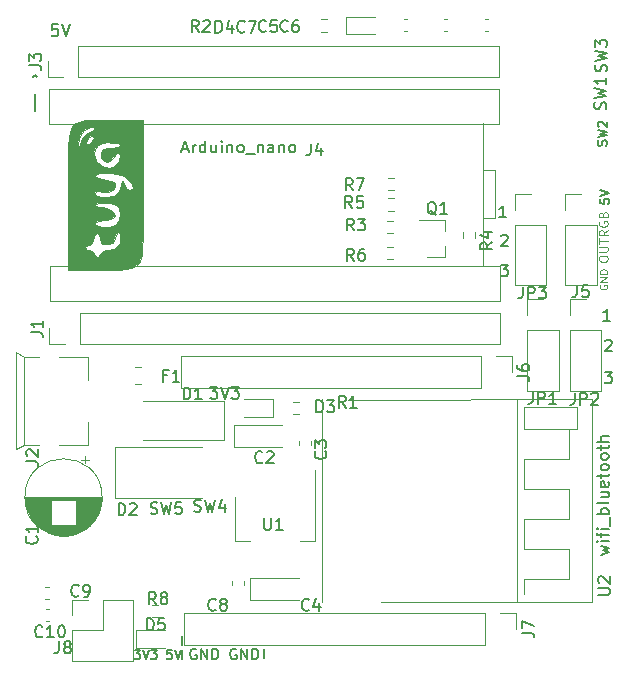
<source format=gbr>
%TF.GenerationSoftware,KiCad,Pcbnew,(5.1.10)-1*%
%TF.CreationDate,2021-06-06T01:15:34+08:00*%
%TF.ProjectId,tuya_arduino,74757961-5f61-4726-9475-696e6f2e6b69,rev?*%
%TF.SameCoordinates,Original*%
%TF.FileFunction,Legend,Top*%
%TF.FilePolarity,Positive*%
%FSLAX46Y46*%
G04 Gerber Fmt 4.6, Leading zero omitted, Abs format (unit mm)*
G04 Created by KiCad (PCBNEW (5.1.10)-1) date 2021-06-06 01:15:34*
%MOMM*%
%LPD*%
G01*
G04 APERTURE LIST*
%ADD10C,0.101600*%
%ADD11C,0.127000*%
%ADD12C,0.150000*%
%ADD13C,0.010000*%
%ADD14C,0.120000*%
G04 APERTURE END LIST*
D10*
X127632500Y-66933809D02*
X127602261Y-66994285D01*
X127602261Y-67085000D01*
X127632500Y-67175714D01*
X127692976Y-67236190D01*
X127753452Y-67266428D01*
X127874404Y-67296666D01*
X127965119Y-67296666D01*
X128086071Y-67266428D01*
X128146547Y-67236190D01*
X128207023Y-67175714D01*
X128237261Y-67085000D01*
X128237261Y-67024523D01*
X128207023Y-66933809D01*
X128176785Y-66903571D01*
X127965119Y-66903571D01*
X127965119Y-67024523D01*
X128237261Y-66631428D02*
X127602261Y-66631428D01*
X128237261Y-66268571D01*
X127602261Y-66268571D01*
X128237261Y-65966190D02*
X127602261Y-65966190D01*
X127602261Y-65815000D01*
X127632500Y-65724285D01*
X127692976Y-65663809D01*
X127753452Y-65633571D01*
X127874404Y-65603333D01*
X127965119Y-65603333D01*
X128086071Y-65633571D01*
X128146547Y-65663809D01*
X128207023Y-65724285D01*
X128237261Y-65815000D01*
X128237261Y-65966190D01*
X127532714Y-64755000D02*
X127532714Y-64609857D01*
X127569000Y-64537285D01*
X127641571Y-64464714D01*
X127786714Y-64428428D01*
X128040714Y-64428428D01*
X128185857Y-64464714D01*
X128258428Y-64537285D01*
X128294714Y-64609857D01*
X128294714Y-64755000D01*
X128258428Y-64827571D01*
X128185857Y-64900142D01*
X128040714Y-64936428D01*
X127786714Y-64936428D01*
X127641571Y-64900142D01*
X127569000Y-64827571D01*
X127532714Y-64755000D01*
X127532714Y-64101857D02*
X128149571Y-64101857D01*
X128222142Y-64065571D01*
X128258428Y-64029285D01*
X128294714Y-63956714D01*
X128294714Y-63811571D01*
X128258428Y-63739000D01*
X128222142Y-63702714D01*
X128149571Y-63666428D01*
X127532714Y-63666428D01*
X127532714Y-63412428D02*
X127532714Y-62977000D01*
X128294714Y-63194714D02*
X127532714Y-63194714D01*
X128294714Y-62287571D02*
X127931857Y-62541571D01*
X128294714Y-62723000D02*
X127532714Y-62723000D01*
X127532714Y-62432714D01*
X127569000Y-62360142D01*
X127605285Y-62323857D01*
X127677857Y-62287571D01*
X127786714Y-62287571D01*
X127859285Y-62323857D01*
X127895571Y-62360142D01*
X127931857Y-62432714D01*
X127931857Y-62723000D01*
X127569000Y-61561857D02*
X127532714Y-61634428D01*
X127532714Y-61743285D01*
X127569000Y-61852142D01*
X127641571Y-61924714D01*
X127714142Y-61961000D01*
X127859285Y-61997285D01*
X127968142Y-61997285D01*
X128113285Y-61961000D01*
X128185857Y-61924714D01*
X128258428Y-61852142D01*
X128294714Y-61743285D01*
X128294714Y-61670714D01*
X128258428Y-61561857D01*
X128222142Y-61525571D01*
X127968142Y-61525571D01*
X127968142Y-61670714D01*
X127895571Y-60945000D02*
X127931857Y-60836142D01*
X127968142Y-60799857D01*
X128040714Y-60763571D01*
X128149571Y-60763571D01*
X128222142Y-60799857D01*
X128258428Y-60836142D01*
X128294714Y-60908714D01*
X128294714Y-61199000D01*
X127532714Y-61199000D01*
X127532714Y-60945000D01*
X127569000Y-60872428D01*
X127605285Y-60836142D01*
X127677857Y-60799857D01*
X127750428Y-60799857D01*
X127823000Y-60836142D01*
X127859285Y-60872428D01*
X127895571Y-60945000D01*
X127895571Y-61199000D01*
D11*
X127632714Y-59645142D02*
X127632714Y-60008000D01*
X127995571Y-60044285D01*
X127959285Y-60008000D01*
X127923000Y-59935428D01*
X127923000Y-59754000D01*
X127959285Y-59681428D01*
X127995571Y-59645142D01*
X128068142Y-59608857D01*
X128249571Y-59608857D01*
X128322142Y-59645142D01*
X128358428Y-59681428D01*
X128394714Y-59754000D01*
X128394714Y-59935428D01*
X128358428Y-60008000D01*
X128322142Y-60044285D01*
X127632714Y-59391142D02*
X128394714Y-59137142D01*
X127632714Y-58883142D01*
D12*
X128016666Y-74252380D02*
X128635714Y-74252380D01*
X128302380Y-74633333D01*
X128445238Y-74633333D01*
X128540476Y-74680952D01*
X128588095Y-74728571D01*
X128635714Y-74823809D01*
X128635714Y-75061904D01*
X128588095Y-75157142D01*
X128540476Y-75204761D01*
X128445238Y-75252380D01*
X128159523Y-75252380D01*
X128064285Y-75204761D01*
X128016666Y-75157142D01*
X128064285Y-71647619D02*
X128111904Y-71600000D01*
X128207142Y-71552380D01*
X128445238Y-71552380D01*
X128540476Y-71600000D01*
X128588095Y-71647619D01*
X128635714Y-71742857D01*
X128635714Y-71838095D01*
X128588095Y-71980952D01*
X128016666Y-72552380D01*
X128635714Y-72552380D01*
X128485714Y-69952380D02*
X127914285Y-69952380D01*
X128200000Y-69952380D02*
X128200000Y-68952380D01*
X128104761Y-69095238D01*
X128009523Y-69190476D01*
X127914285Y-69238095D01*
X119216666Y-65202380D02*
X119835714Y-65202380D01*
X119502380Y-65583333D01*
X119645238Y-65583333D01*
X119740476Y-65630952D01*
X119788095Y-65678571D01*
X119835714Y-65773809D01*
X119835714Y-66011904D01*
X119788095Y-66107142D01*
X119740476Y-66154761D01*
X119645238Y-66202380D01*
X119359523Y-66202380D01*
X119264285Y-66154761D01*
X119216666Y-66107142D01*
X119264285Y-62747619D02*
X119311904Y-62700000D01*
X119407142Y-62652380D01*
X119645238Y-62652380D01*
X119740476Y-62700000D01*
X119788095Y-62747619D01*
X119835714Y-62842857D01*
X119835714Y-62938095D01*
X119788095Y-63080952D01*
X119216666Y-63652380D01*
X119835714Y-63652380D01*
X119685714Y-61202380D02*
X119114285Y-61202380D01*
X119400000Y-61202380D02*
X119400000Y-60202380D01*
X119304761Y-60345238D01*
X119209523Y-60440476D01*
X119114285Y-60488095D01*
X81709523Y-44852380D02*
X81233333Y-44852380D01*
X81185714Y-45328571D01*
X81233333Y-45280952D01*
X81328571Y-45233333D01*
X81566666Y-45233333D01*
X81661904Y-45280952D01*
X81709523Y-45328571D01*
X81757142Y-45423809D01*
X81757142Y-45661904D01*
X81709523Y-45757142D01*
X81661904Y-45804761D01*
X81566666Y-45852380D01*
X81328571Y-45852380D01*
X81233333Y-45804761D01*
X81185714Y-45757142D01*
X82042857Y-44852380D02*
X82376190Y-45852380D01*
X82709523Y-44852380D01*
X94611904Y-75552380D02*
X95230952Y-75552380D01*
X94897619Y-75933333D01*
X95040476Y-75933333D01*
X95135714Y-75980952D01*
X95183333Y-76028571D01*
X95230952Y-76123809D01*
X95230952Y-76361904D01*
X95183333Y-76457142D01*
X95135714Y-76504761D01*
X95040476Y-76552380D01*
X94754761Y-76552380D01*
X94659523Y-76504761D01*
X94611904Y-76457142D01*
X95516666Y-75552380D02*
X95850000Y-76552380D01*
X96183333Y-75552380D01*
X96421428Y-75552380D02*
X97040476Y-75552380D01*
X96707142Y-75933333D01*
X96850000Y-75933333D01*
X96945238Y-75980952D01*
X96992857Y-76028571D01*
X97040476Y-76123809D01*
X97040476Y-76361904D01*
X96992857Y-76457142D01*
X96945238Y-76504761D01*
X96850000Y-76552380D01*
X96564285Y-76552380D01*
X96469047Y-76504761D01*
X96421428Y-76457142D01*
X99171428Y-98530952D02*
X99171428Y-97769047D01*
D11*
X93429333Y-97755500D02*
X93344666Y-97713166D01*
X93217666Y-97713166D01*
X93090666Y-97755500D01*
X93006000Y-97840166D01*
X92963666Y-97924833D01*
X92921333Y-98094166D01*
X92921333Y-98221166D01*
X92963666Y-98390500D01*
X93006000Y-98475166D01*
X93090666Y-98559833D01*
X93217666Y-98602166D01*
X93302333Y-98602166D01*
X93429333Y-98559833D01*
X93471666Y-98517500D01*
X93471666Y-98221166D01*
X93302333Y-98221166D01*
X93852666Y-98602166D02*
X93852666Y-97713166D01*
X94360666Y-98602166D01*
X94360666Y-97713166D01*
X94784000Y-98602166D02*
X94784000Y-97713166D01*
X94995666Y-97713166D01*
X95122666Y-97755500D01*
X95207333Y-97840166D01*
X95249666Y-97924833D01*
X95292000Y-98094166D01*
X95292000Y-98221166D01*
X95249666Y-98390500D01*
X95207333Y-98475166D01*
X95122666Y-98559833D01*
X94995666Y-98602166D01*
X94784000Y-98602166D01*
X96816000Y-97755500D02*
X96731333Y-97713166D01*
X96604333Y-97713166D01*
X96477333Y-97755500D01*
X96392666Y-97840166D01*
X96350333Y-97924833D01*
X96308000Y-98094166D01*
X96308000Y-98221166D01*
X96350333Y-98390500D01*
X96392666Y-98475166D01*
X96477333Y-98559833D01*
X96604333Y-98602166D01*
X96689000Y-98602166D01*
X96816000Y-98559833D01*
X96858333Y-98517500D01*
X96858333Y-98221166D01*
X96689000Y-98221166D01*
X97239333Y-98602166D02*
X97239333Y-97713166D01*
X97747333Y-98602166D01*
X97747333Y-97713166D01*
X98170666Y-98602166D02*
X98170666Y-97713166D01*
X98382333Y-97713166D01*
X98509333Y-97755500D01*
X98594000Y-97840166D01*
X98636333Y-97924833D01*
X98678666Y-98094166D01*
X98678666Y-98221166D01*
X98636333Y-98390500D01*
X98594000Y-98475166D01*
X98509333Y-98559833D01*
X98382333Y-98602166D01*
X98170666Y-98602166D01*
D12*
X92221428Y-98600000D02*
X92221428Y-97838095D01*
X92221428Y-97361904D02*
X92221428Y-96600000D01*
D11*
X88226857Y-97832714D02*
X88698571Y-97832714D01*
X88444571Y-98123000D01*
X88553428Y-98123000D01*
X88626000Y-98159285D01*
X88662285Y-98195571D01*
X88698571Y-98268142D01*
X88698571Y-98449571D01*
X88662285Y-98522142D01*
X88626000Y-98558428D01*
X88553428Y-98594714D01*
X88335714Y-98594714D01*
X88263142Y-98558428D01*
X88226857Y-98522142D01*
X88916285Y-97832714D02*
X89170285Y-98594714D01*
X89424285Y-97832714D01*
X89605714Y-97832714D02*
X90077428Y-97832714D01*
X89823428Y-98123000D01*
X89932285Y-98123000D01*
X90004857Y-98159285D01*
X90041142Y-98195571D01*
X90077428Y-98268142D01*
X90077428Y-98449571D01*
X90041142Y-98522142D01*
X90004857Y-98558428D01*
X89932285Y-98594714D01*
X89714571Y-98594714D01*
X89642000Y-98558428D01*
X89605714Y-98522142D01*
X91347428Y-97832714D02*
X90984571Y-97832714D01*
X90948285Y-98195571D01*
X90984571Y-98159285D01*
X91057142Y-98123000D01*
X91238571Y-98123000D01*
X91311142Y-98159285D01*
X91347428Y-98195571D01*
X91383714Y-98268142D01*
X91383714Y-98449571D01*
X91347428Y-98522142D01*
X91311142Y-98558428D01*
X91238571Y-98594714D01*
X91057142Y-98594714D01*
X90984571Y-98558428D01*
X90948285Y-98522142D01*
X91601428Y-97832714D02*
X91855428Y-98594714D01*
X92109428Y-97832714D01*
D12*
X127685714Y-89747619D02*
X128352380Y-89557142D01*
X127876190Y-89366666D01*
X128352380Y-89176190D01*
X127685714Y-88985714D01*
X128352380Y-88604761D02*
X127685714Y-88604761D01*
X127352380Y-88604761D02*
X127400000Y-88652380D01*
X127447619Y-88604761D01*
X127400000Y-88557142D01*
X127352380Y-88604761D01*
X127447619Y-88604761D01*
X127685714Y-88271428D02*
X127685714Y-87890476D01*
X128352380Y-88128571D02*
X127495238Y-88128571D01*
X127400000Y-88080952D01*
X127352380Y-87985714D01*
X127352380Y-87890476D01*
X128352380Y-87557142D02*
X127685714Y-87557142D01*
X127352380Y-87557142D02*
X127400000Y-87604761D01*
X127447619Y-87557142D01*
X127400000Y-87509523D01*
X127352380Y-87557142D01*
X127447619Y-87557142D01*
X128447619Y-87319047D02*
X128447619Y-86557142D01*
X128352380Y-86319047D02*
X127352380Y-86319047D01*
X127733333Y-86319047D02*
X127685714Y-86223809D01*
X127685714Y-86033333D01*
X127733333Y-85938095D01*
X127780952Y-85890476D01*
X127876190Y-85842857D01*
X128161904Y-85842857D01*
X128257142Y-85890476D01*
X128304761Y-85938095D01*
X128352380Y-86033333D01*
X128352380Y-86223809D01*
X128304761Y-86319047D01*
X128352380Y-85271428D02*
X128304761Y-85366666D01*
X128209523Y-85414285D01*
X127352380Y-85414285D01*
X127685714Y-84461904D02*
X128352380Y-84461904D01*
X127685714Y-84890476D02*
X128209523Y-84890476D01*
X128304761Y-84842857D01*
X128352380Y-84747619D01*
X128352380Y-84604761D01*
X128304761Y-84509523D01*
X128257142Y-84461904D01*
X128304761Y-83604761D02*
X128352380Y-83700000D01*
X128352380Y-83890476D01*
X128304761Y-83985714D01*
X128209523Y-84033333D01*
X127828571Y-84033333D01*
X127733333Y-83985714D01*
X127685714Y-83890476D01*
X127685714Y-83700000D01*
X127733333Y-83604761D01*
X127828571Y-83557142D01*
X127923809Y-83557142D01*
X128019047Y-84033333D01*
X127685714Y-83271428D02*
X127685714Y-82890476D01*
X127352380Y-83128571D02*
X128209523Y-83128571D01*
X128304761Y-83080952D01*
X128352380Y-82985714D01*
X128352380Y-82890476D01*
X128352380Y-82414285D02*
X128304761Y-82509523D01*
X128257142Y-82557142D01*
X128161904Y-82604761D01*
X127876190Y-82604761D01*
X127780952Y-82557142D01*
X127733333Y-82509523D01*
X127685714Y-82414285D01*
X127685714Y-82271428D01*
X127733333Y-82176190D01*
X127780952Y-82128571D01*
X127876190Y-82080952D01*
X128161904Y-82080952D01*
X128257142Y-82128571D01*
X128304761Y-82176190D01*
X128352380Y-82271428D01*
X128352380Y-82414285D01*
X128352380Y-81509523D02*
X128304761Y-81604761D01*
X128257142Y-81652380D01*
X128161904Y-81700000D01*
X127876190Y-81700000D01*
X127780952Y-81652380D01*
X127733333Y-81604761D01*
X127685714Y-81509523D01*
X127685714Y-81366666D01*
X127733333Y-81271428D01*
X127780952Y-81223809D01*
X127876190Y-81176190D01*
X128161904Y-81176190D01*
X128257142Y-81223809D01*
X128304761Y-81271428D01*
X128352380Y-81366666D01*
X128352380Y-81509523D01*
X127685714Y-80890476D02*
X127685714Y-80509523D01*
X127352380Y-80747619D02*
X128209523Y-80747619D01*
X128304761Y-80700000D01*
X128352380Y-80604761D01*
X128352380Y-80509523D01*
X128352380Y-80176190D02*
X127352380Y-80176190D01*
X128352380Y-79747619D02*
X127828571Y-79747619D01*
X127733333Y-79795238D01*
X127685714Y-79890476D01*
X127685714Y-80033333D01*
X127733333Y-80128571D01*
X127780952Y-80176190D01*
X79609523Y-49272619D02*
X79800000Y-49129761D01*
X79990476Y-49272619D01*
X79800000Y-52160714D02*
X79800000Y-50732142D01*
D13*
%TO.C,G\u002A\u002A\u002A*%
G36*
X82575087Y-56380810D02*
G01*
X82609697Y-55218832D01*
X82698021Y-54351687D01*
X82863058Y-53736632D01*
X83127811Y-53330927D01*
X83515280Y-53091830D01*
X84048467Y-52976599D01*
X84750372Y-52942493D01*
X85643997Y-52946770D01*
X86239892Y-52950000D01*
X88925000Y-52950000D01*
X88925000Y-58839771D01*
X88924336Y-60570431D01*
X88919777Y-61927718D01*
X88907467Y-62961595D01*
X88883553Y-63722023D01*
X88844179Y-64258962D01*
X88785491Y-64622374D01*
X88703635Y-64862221D01*
X88594757Y-65028463D01*
X88455001Y-65171062D01*
X88435107Y-65189771D01*
X88198323Y-65381542D01*
X87915816Y-65511364D01*
X87505366Y-65591157D01*
X86884753Y-65632837D01*
X85971757Y-65648324D01*
X85260107Y-65650000D01*
X84995989Y-65650000D01*
X84995989Y-64555154D01*
X85236459Y-64532833D01*
X85326666Y-64274167D01*
X85513912Y-64020847D01*
X85919333Y-63956667D01*
X86448208Y-63870895D01*
X86766000Y-63702667D01*
X86949750Y-63357116D01*
X87015176Y-62920231D01*
X86953946Y-62571255D01*
X86823054Y-62475000D01*
X86643581Y-62654974D01*
X86558471Y-62951250D01*
X86355380Y-63345842D01*
X85908750Y-63494477D01*
X85524181Y-63487297D01*
X85524181Y-62051275D01*
X86084251Y-62011387D01*
X86610581Y-61832553D01*
X86937435Y-61450504D01*
X87022069Y-60908994D01*
X86864486Y-60395753D01*
X86610581Y-60154114D01*
X86143587Y-59999804D01*
X85724082Y-59954885D01*
X85724082Y-59511667D01*
X86439550Y-59418069D01*
X86859705Y-59087439D01*
X87078680Y-58453334D01*
X87159663Y-58084499D01*
X87235783Y-58116748D01*
X87335316Y-58400417D01*
X87566502Y-58770353D01*
X87785520Y-58876667D01*
X88051405Y-58760448D01*
X87965247Y-58411120D01*
X87690164Y-58020864D01*
X87317334Y-57706591D01*
X86753344Y-57523575D01*
X86102664Y-57442037D01*
X86019873Y-57440907D01*
X86019873Y-56976643D01*
X86547828Y-56812529D01*
X86916619Y-56396278D01*
X87013563Y-55966250D01*
X86940204Y-55719944D01*
X86895178Y-55701667D01*
X86685383Y-55848089D01*
X86398980Y-56160298D01*
X85981181Y-56472857D01*
X85598300Y-56460628D01*
X85373509Y-56159212D01*
X85364737Y-55861363D01*
X85499699Y-55527836D01*
X85860185Y-55365325D01*
X86226250Y-55318473D01*
X86811309Y-55215664D01*
X87000825Y-55071309D01*
X86812508Y-54935682D01*
X86264070Y-54859056D01*
X86062962Y-54855000D01*
X85437195Y-54891961D01*
X85087109Y-55044781D01*
X84868770Y-55375496D01*
X84746141Y-55857182D01*
X84914921Y-56323960D01*
X84984021Y-56433830D01*
X85457141Y-56859963D01*
X86019873Y-56976643D01*
X86019873Y-57440907D01*
X85410560Y-57432585D01*
X84984305Y-57516052D01*
X84866240Y-57658428D01*
X85098708Y-57825703D01*
X85485416Y-57937813D01*
X86133411Y-58094209D01*
X86466158Y-58232115D01*
X86585326Y-58406467D01*
X86596666Y-58538260D01*
X86414713Y-58848554D01*
X85971943Y-59023446D01*
X85422992Y-59008845D01*
X85326666Y-58982500D01*
X84983359Y-58967700D01*
X84903333Y-59179903D01*
X85031538Y-59410354D01*
X85467313Y-59504912D01*
X85724082Y-59511667D01*
X85724082Y-59954885D01*
X85601208Y-59941727D01*
X85137899Y-59980557D01*
X84908115Y-60116967D01*
X84903333Y-60146667D01*
X85086653Y-60297671D01*
X85512415Y-60358334D01*
X86053242Y-60469797D01*
X86433098Y-60741725D01*
X86541872Y-61080424D01*
X86496563Y-61195728D01*
X86210876Y-61345239D01*
X85695548Y-61415832D01*
X85631674Y-61416667D01*
X85088706Y-61487982D01*
X84903956Y-61714283D01*
X84903333Y-61734167D01*
X85082544Y-61956102D01*
X85524181Y-62051275D01*
X85524181Y-63487297D01*
X85487033Y-63486603D01*
X85339310Y-63249056D01*
X85326666Y-63000588D01*
X85228316Y-62602845D01*
X85013205Y-62541417D01*
X84801241Y-62801622D01*
X84729861Y-63073663D01*
X84558008Y-63437539D01*
X84359445Y-63533334D01*
X84108257Y-63643281D01*
X84108257Y-54977147D01*
X84338425Y-54972527D01*
X84611719Y-54752437D01*
X84766986Y-54472191D01*
X84750238Y-54358439D01*
X84541645Y-54343319D01*
X84308803Y-54512149D01*
X84098283Y-54823455D01*
X84108257Y-54977147D01*
X84108257Y-63643281D01*
X84087345Y-63652435D01*
X84056666Y-63745000D01*
X84226420Y-63936549D01*
X84351520Y-63956667D01*
X84678283Y-64127403D01*
X84768210Y-64274167D01*
X84995989Y-64555154D01*
X84995989Y-65650000D01*
X83508863Y-65650000D01*
X83508863Y-55397436D01*
X83568882Y-55036306D01*
X83575103Y-54994787D01*
X83873708Y-54369455D01*
X84282884Y-54042287D01*
X84748894Y-53762693D01*
X84864232Y-53628207D01*
X84652956Y-53586991D01*
X84495119Y-53585000D01*
X83931996Y-53772311D01*
X83559653Y-54267350D01*
X83453381Y-54923036D01*
X83478509Y-55364481D01*
X83508863Y-55397436D01*
X83508863Y-65650000D01*
X82575000Y-65650000D01*
X82575000Y-59760230D01*
X82571189Y-57880363D01*
X82575087Y-56380810D01*
G37*
X82575087Y-56380810D02*
X82609697Y-55218832D01*
X82698021Y-54351687D01*
X82863058Y-53736632D01*
X83127811Y-53330927D01*
X83515280Y-53091830D01*
X84048467Y-52976599D01*
X84750372Y-52942493D01*
X85643997Y-52946770D01*
X86239892Y-52950000D01*
X88925000Y-52950000D01*
X88925000Y-58839771D01*
X88924336Y-60570431D01*
X88919777Y-61927718D01*
X88907467Y-62961595D01*
X88883553Y-63722023D01*
X88844179Y-64258962D01*
X88785491Y-64622374D01*
X88703635Y-64862221D01*
X88594757Y-65028463D01*
X88455001Y-65171062D01*
X88435107Y-65189771D01*
X88198323Y-65381542D01*
X87915816Y-65511364D01*
X87505366Y-65591157D01*
X86884753Y-65632837D01*
X85971757Y-65648324D01*
X85260107Y-65650000D01*
X84995989Y-65650000D01*
X84995989Y-64555154D01*
X85236459Y-64532833D01*
X85326666Y-64274167D01*
X85513912Y-64020847D01*
X85919333Y-63956667D01*
X86448208Y-63870895D01*
X86766000Y-63702667D01*
X86949750Y-63357116D01*
X87015176Y-62920231D01*
X86953946Y-62571255D01*
X86823054Y-62475000D01*
X86643581Y-62654974D01*
X86558471Y-62951250D01*
X86355380Y-63345842D01*
X85908750Y-63494477D01*
X85524181Y-63487297D01*
X85524181Y-62051275D01*
X86084251Y-62011387D01*
X86610581Y-61832553D01*
X86937435Y-61450504D01*
X87022069Y-60908994D01*
X86864486Y-60395753D01*
X86610581Y-60154114D01*
X86143587Y-59999804D01*
X85724082Y-59954885D01*
X85724082Y-59511667D01*
X86439550Y-59418069D01*
X86859705Y-59087439D01*
X87078680Y-58453334D01*
X87159663Y-58084499D01*
X87235783Y-58116748D01*
X87335316Y-58400417D01*
X87566502Y-58770353D01*
X87785520Y-58876667D01*
X88051405Y-58760448D01*
X87965247Y-58411120D01*
X87690164Y-58020864D01*
X87317334Y-57706591D01*
X86753344Y-57523575D01*
X86102664Y-57442037D01*
X86019873Y-57440907D01*
X86019873Y-56976643D01*
X86547828Y-56812529D01*
X86916619Y-56396278D01*
X87013563Y-55966250D01*
X86940204Y-55719944D01*
X86895178Y-55701667D01*
X86685383Y-55848089D01*
X86398980Y-56160298D01*
X85981181Y-56472857D01*
X85598300Y-56460628D01*
X85373509Y-56159212D01*
X85364737Y-55861363D01*
X85499699Y-55527836D01*
X85860185Y-55365325D01*
X86226250Y-55318473D01*
X86811309Y-55215664D01*
X87000825Y-55071309D01*
X86812508Y-54935682D01*
X86264070Y-54859056D01*
X86062962Y-54855000D01*
X85437195Y-54891961D01*
X85087109Y-55044781D01*
X84868770Y-55375496D01*
X84746141Y-55857182D01*
X84914921Y-56323960D01*
X84984021Y-56433830D01*
X85457141Y-56859963D01*
X86019873Y-56976643D01*
X86019873Y-57440907D01*
X85410560Y-57432585D01*
X84984305Y-57516052D01*
X84866240Y-57658428D01*
X85098708Y-57825703D01*
X85485416Y-57937813D01*
X86133411Y-58094209D01*
X86466158Y-58232115D01*
X86585326Y-58406467D01*
X86596666Y-58538260D01*
X86414713Y-58848554D01*
X85971943Y-59023446D01*
X85422992Y-59008845D01*
X85326666Y-58982500D01*
X84983359Y-58967700D01*
X84903333Y-59179903D01*
X85031538Y-59410354D01*
X85467313Y-59504912D01*
X85724082Y-59511667D01*
X85724082Y-59954885D01*
X85601208Y-59941727D01*
X85137899Y-59980557D01*
X84908115Y-60116967D01*
X84903333Y-60146667D01*
X85086653Y-60297671D01*
X85512415Y-60358334D01*
X86053242Y-60469797D01*
X86433098Y-60741725D01*
X86541872Y-61080424D01*
X86496563Y-61195728D01*
X86210876Y-61345239D01*
X85695548Y-61415832D01*
X85631674Y-61416667D01*
X85088706Y-61487982D01*
X84903956Y-61714283D01*
X84903333Y-61734167D01*
X85082544Y-61956102D01*
X85524181Y-62051275D01*
X85524181Y-63487297D01*
X85487033Y-63486603D01*
X85339310Y-63249056D01*
X85326666Y-63000588D01*
X85228316Y-62602845D01*
X85013205Y-62541417D01*
X84801241Y-62801622D01*
X84729861Y-63073663D01*
X84558008Y-63437539D01*
X84359445Y-63533334D01*
X84108257Y-63643281D01*
X84108257Y-54977147D01*
X84338425Y-54972527D01*
X84611719Y-54752437D01*
X84766986Y-54472191D01*
X84750238Y-54358439D01*
X84541645Y-54343319D01*
X84308803Y-54512149D01*
X84098283Y-54823455D01*
X84108257Y-54977147D01*
X84108257Y-63643281D01*
X84087345Y-63652435D01*
X84056666Y-63745000D01*
X84226420Y-63936549D01*
X84351520Y-63956667D01*
X84678283Y-64127403D01*
X84768210Y-64274167D01*
X84995989Y-64555154D01*
X84995989Y-65650000D01*
X83508863Y-65650000D01*
X83508863Y-55397436D01*
X83568882Y-55036306D01*
X83575103Y-54994787D01*
X83873708Y-54369455D01*
X84282884Y-54042287D01*
X84748894Y-53762693D01*
X84864232Y-53628207D01*
X84652956Y-53586991D01*
X84495119Y-53585000D01*
X83931996Y-53772311D01*
X83559653Y-54267350D01*
X83453381Y-54923036D01*
X83478509Y-55364481D01*
X83508863Y-55397436D01*
X83508863Y-65650000D01*
X82575000Y-65650000D01*
X82575000Y-59760230D01*
X82571189Y-57880363D01*
X82575087Y-56380810D01*
D14*
%TO.C,U2*%
X126920000Y-93760000D02*
X109100000Y-93750000D01*
X126920000Y-76615000D02*
X106250000Y-76620000D01*
X125650000Y-79155000D02*
X125015000Y-79155000D01*
X125650000Y-77250000D02*
X125650000Y-79155000D01*
X121205000Y-77250000D02*
X125650000Y-77250000D01*
X125650000Y-77885000D02*
X125650000Y-78520000D01*
X125650000Y-77250000D02*
X125650000Y-77885000D01*
X121205000Y-92490000D02*
X121205000Y-93125000D01*
X121205000Y-91855000D02*
X121205000Y-92490000D01*
X125015000Y-91855000D02*
X121205000Y-91855000D01*
X125015000Y-89315000D02*
X125015000Y-91855000D01*
X121205000Y-89315000D02*
X125015000Y-89315000D01*
X121205000Y-86775000D02*
X121205000Y-89315000D01*
X125015000Y-86775000D02*
X121205000Y-86775000D01*
X125015000Y-86140000D02*
X125015000Y-86775000D01*
X125015000Y-85505000D02*
X125015000Y-86140000D01*
X125015000Y-84235000D02*
X125015000Y-85505000D01*
X121205000Y-84235000D02*
X125015000Y-84235000D01*
X121205000Y-81695000D02*
X121205000Y-84235000D01*
X125015000Y-81695000D02*
X121205000Y-81695000D01*
X125015000Y-79155000D02*
X125015000Y-81695000D01*
X121205000Y-79155000D02*
X125015000Y-79155000D01*
X121205000Y-77250000D02*
X121205000Y-79155000D01*
X120570000Y-76615000D02*
X120570000Y-93760000D01*
X126920000Y-76615000D02*
X126920000Y-93760000D01*
X104060000Y-93760000D02*
X104060000Y-76615000D01*
%TO.C,J8*%
X82920000Y-98770000D02*
X88120000Y-98770000D01*
X82920000Y-96170000D02*
X82920000Y-98770000D01*
X88120000Y-93570000D02*
X88120000Y-98770000D01*
X82920000Y-96170000D02*
X85520000Y-96170000D01*
X85520000Y-96170000D02*
X85520000Y-93570000D01*
X85520000Y-93570000D02*
X88120000Y-93570000D01*
X82920000Y-94900000D02*
X82920000Y-93570000D01*
X82920000Y-93570000D02*
X84250000Y-93570000D01*
%TO.C,U1*%
X96690000Y-88610000D02*
X97950000Y-88610000D01*
X103510000Y-88610000D02*
X102250000Y-88610000D01*
X96690000Y-84850000D02*
X96690000Y-88610000D01*
X103510000Y-82600000D02*
X103510000Y-88610000D01*
%TO.C,J4*%
X80980000Y-53250000D02*
X80960000Y-50340000D01*
X119060000Y-50320000D02*
X80990000Y-50320000D01*
X80970000Y-53260000D02*
X81200000Y-53260000D01*
X119060000Y-53250000D02*
X119060000Y-50510000D01*
X119060000Y-50510000D02*
X119060000Y-50320000D01*
X81130000Y-53260000D02*
X119060000Y-53250000D01*
X81070000Y-68280000D02*
X81300000Y-68280000D01*
X81070000Y-68260000D02*
X81070000Y-68280000D01*
X81090000Y-65340000D02*
X81070000Y-68260000D01*
X119160000Y-65340000D02*
X81090000Y-65340000D01*
X119160000Y-65530000D02*
X119160000Y-65340000D01*
X119160000Y-68270000D02*
X119160000Y-65530000D01*
X81230000Y-68280000D02*
X119160000Y-68270000D01*
X117750000Y-65220000D02*
X117750000Y-53220000D01*
X117750000Y-61220000D02*
X118750000Y-61220000D01*
X118750000Y-61220000D02*
X118750000Y-57220000D01*
X118750000Y-57220000D02*
X117750000Y-57220000D01*
%TO.C,J3*%
X80860000Y-49330000D02*
X80860000Y-48000000D01*
X82190000Y-49330000D02*
X80860000Y-49330000D01*
X83460000Y-49330000D02*
X83460000Y-46670000D01*
X83460000Y-46670000D02*
X119080000Y-46670000D01*
X83460000Y-49330000D02*
X119080000Y-49330000D01*
X119080000Y-49330000D02*
X119080000Y-46670000D01*
%TO.C,J1*%
X80970000Y-71930000D02*
X80970000Y-70600000D01*
X82300000Y-71930000D02*
X80970000Y-71930000D01*
X83570000Y-71930000D02*
X83570000Y-69270000D01*
X83570000Y-69270000D02*
X119190000Y-69270000D01*
X83570000Y-71930000D02*
X119190000Y-71930000D01*
X119190000Y-71930000D02*
X119190000Y-69270000D01*
%TO.C,R8*%
X89695276Y-95072500D02*
X90204724Y-95072500D01*
X89695276Y-94027500D02*
X90204724Y-94027500D01*
%TO.C,R7*%
X109645276Y-58922500D02*
X110154724Y-58922500D01*
X109645276Y-57877500D02*
X110154724Y-57877500D01*
%TO.C,R6*%
X109595276Y-64722500D02*
X110104724Y-64722500D01*
X109595276Y-63677500D02*
X110104724Y-63677500D01*
%TO.C,R5*%
X109632776Y-59577500D02*
X110142224Y-59577500D01*
X109632776Y-60622500D02*
X110142224Y-60622500D01*
%TO.C,R4*%
X117072500Y-62942224D02*
X117072500Y-62432776D01*
X116027500Y-62942224D02*
X116027500Y-62432776D01*
%TO.C,R3*%
X109595276Y-62522500D02*
X110104724Y-62522500D01*
X109595276Y-61477500D02*
X110104724Y-61477500D01*
%TO.C,R2*%
X104504724Y-44427500D02*
X103995276Y-44427500D01*
X104504724Y-45472500D02*
X103995276Y-45472500D01*
%TO.C,R1*%
X101595276Y-77872500D02*
X102104724Y-77872500D01*
X101595276Y-76827500D02*
X102104724Y-76827500D01*
%TO.C,Q1*%
X114460000Y-64580000D02*
X113000000Y-64580000D01*
X114460000Y-61420000D02*
X112300000Y-61420000D01*
X114460000Y-61420000D02*
X114460000Y-62350000D01*
X114460000Y-64580000D02*
X114460000Y-63650000D01*
%TO.C,JP3*%
X120420000Y-59220000D02*
X121750000Y-59220000D01*
X120420000Y-60550000D02*
X120420000Y-59220000D01*
X120420000Y-61820000D02*
X123080000Y-61820000D01*
X123080000Y-61820000D02*
X123080000Y-66960000D01*
X120420000Y-61820000D02*
X120420000Y-66960000D01*
X120420000Y-66960000D02*
X123080000Y-66960000D01*
%TO.C,JP2*%
X125070000Y-68140000D02*
X126400000Y-68140000D01*
X125070000Y-69470000D02*
X125070000Y-68140000D01*
X125070000Y-70740000D02*
X127730000Y-70740000D01*
X127730000Y-70740000D02*
X127730000Y-75880000D01*
X125070000Y-70740000D02*
X125070000Y-75880000D01*
X125070000Y-75880000D02*
X127730000Y-75880000D01*
%TO.C,JP1*%
X121470000Y-68120000D02*
X122800000Y-68120000D01*
X121470000Y-69450000D02*
X121470000Y-68120000D01*
X121470000Y-70720000D02*
X124130000Y-70720000D01*
X124130000Y-70720000D02*
X124130000Y-75860000D01*
X121470000Y-70720000D02*
X121470000Y-75860000D01*
X121470000Y-75860000D02*
X124130000Y-75860000D01*
%TO.C,J7*%
X120490000Y-94720000D02*
X120490000Y-96050000D01*
X119160000Y-94720000D02*
X120490000Y-94720000D01*
X117890000Y-94720000D02*
X117890000Y-97380000D01*
X117890000Y-97380000D02*
X92430000Y-97380000D01*
X117890000Y-94720000D02*
X92430000Y-94720000D01*
X92430000Y-94720000D02*
X92430000Y-97380000D01*
%TO.C,J6*%
X120180000Y-72970000D02*
X120180000Y-74300000D01*
X118850000Y-72970000D02*
X120180000Y-72970000D01*
X117580000Y-72970000D02*
X117580000Y-75630000D01*
X117580000Y-75630000D02*
X92120000Y-75630000D01*
X117580000Y-72970000D02*
X92120000Y-72970000D01*
X92120000Y-72970000D02*
X92120000Y-75630000D01*
%TO.C,J5*%
X124670000Y-59220000D02*
X126000000Y-59220000D01*
X124670000Y-60550000D02*
X124670000Y-59220000D01*
X124670000Y-61820000D02*
X127330000Y-61820000D01*
X127330000Y-61820000D02*
X127330000Y-66960000D01*
X124670000Y-61820000D02*
X124670000Y-66960000D01*
X124670000Y-66960000D02*
X127330000Y-66960000D01*
%TO.C,J2*%
X78150000Y-80850000D02*
X78873400Y-80483800D01*
X78162200Y-72635200D02*
X78873400Y-73016200D01*
X78150000Y-80850000D02*
X78150000Y-72650000D01*
X84250000Y-74950000D02*
X84250000Y-73000000D01*
X81850000Y-73000000D02*
X84250000Y-73000000D01*
X78850000Y-73000000D02*
X80150000Y-73000000D01*
X84250000Y-80450000D02*
X84250000Y-78550000D01*
X81850000Y-80500000D02*
X84250000Y-80500000D01*
X78850000Y-80500000D02*
X80150000Y-80500000D01*
X78850000Y-80500000D02*
X78850000Y-73000000D01*
%TO.C,F1*%
X88761252Y-73890000D02*
X88238748Y-73890000D01*
X88761252Y-75310000D02*
X88238748Y-75310000D01*
%TO.C,D5*%
X88335000Y-97635000D02*
X90795000Y-97635000D01*
X88335000Y-96165000D02*
X88335000Y-97635000D01*
X90795000Y-96165000D02*
X88335000Y-96165000D01*
%TO.C,D4*%
X106090000Y-45685000D02*
X108550000Y-45685000D01*
X106090000Y-44215000D02*
X106090000Y-45685000D01*
X108550000Y-44215000D02*
X106090000Y-44215000D01*
%TO.C,D3*%
X99960000Y-76615000D02*
X97500000Y-76615000D01*
X99960000Y-78085000D02*
X99960000Y-76615000D01*
X97500000Y-78085000D02*
X99960000Y-78085000D01*
%TO.C,D2*%
X86600000Y-80650000D02*
X93900000Y-80650000D01*
X86600000Y-84950000D02*
X93900000Y-84950000D01*
X86600000Y-80650000D02*
X86600000Y-84950000D01*
%TO.C,D1*%
X95800000Y-80050000D02*
X88900000Y-80050000D01*
X95800000Y-76750000D02*
X88900000Y-76750000D01*
X95800000Y-80050000D02*
X95800000Y-76750000D01*
%TO.C,C10*%
X80996267Y-94390000D02*
X80703733Y-94390000D01*
X80996267Y-95410000D02*
X80703733Y-95410000D01*
%TO.C,C9*%
X80946267Y-92490000D02*
X80653733Y-92490000D01*
X80946267Y-93510000D02*
X80653733Y-93510000D01*
%TO.C,C8*%
X97460000Y-92296267D02*
X97460000Y-92003733D01*
X96440000Y-92296267D02*
X96440000Y-92003733D01*
%TO.C,C7*%
X111308767Y-44440000D02*
X111016233Y-44440000D01*
X111308767Y-45460000D02*
X111016233Y-45460000D01*
%TO.C,C6*%
X118158767Y-44390000D02*
X117866233Y-44390000D01*
X118158767Y-45410000D02*
X117866233Y-45410000D01*
%TO.C,C5*%
X114696267Y-44440000D02*
X114403733Y-44440000D01*
X114696267Y-45460000D02*
X114403733Y-45460000D01*
%TO.C,C4*%
X98015000Y-93635000D02*
X102100000Y-93635000D01*
X98015000Y-91765000D02*
X98015000Y-93635000D01*
X102100000Y-91765000D02*
X98015000Y-91765000D01*
%TO.C,C3*%
X102140000Y-80153733D02*
X102140000Y-80446267D01*
X103160000Y-80153733D02*
X103160000Y-80446267D01*
%TO.C,C2*%
X96615000Y-80635000D02*
X100700000Y-80635000D01*
X96615000Y-78765000D02*
X96615000Y-80635000D01*
X100700000Y-78765000D02*
X96615000Y-78765000D01*
%TO.C,C1*%
X84354000Y-81714759D02*
X83724000Y-81714759D01*
X84039000Y-81399759D02*
X84039000Y-82029759D01*
X82602000Y-88141000D02*
X81798000Y-88141000D01*
X82833000Y-88101000D02*
X81567000Y-88101000D01*
X83002000Y-88061000D02*
X81398000Y-88061000D01*
X83140000Y-88021000D02*
X81260000Y-88021000D01*
X83259000Y-87981000D02*
X81141000Y-87981000D01*
X83365000Y-87941000D02*
X81035000Y-87941000D01*
X83462000Y-87901000D02*
X80938000Y-87901000D01*
X83550000Y-87861000D02*
X80850000Y-87861000D01*
X83632000Y-87821000D02*
X80768000Y-87821000D01*
X83709000Y-87781000D02*
X80691000Y-87781000D01*
X83781000Y-87741000D02*
X80619000Y-87741000D01*
X83850000Y-87701000D02*
X80550000Y-87701000D01*
X83914000Y-87661000D02*
X80486000Y-87661000D01*
X83976000Y-87621000D02*
X80424000Y-87621000D01*
X84034000Y-87581000D02*
X80366000Y-87581000D01*
X84090000Y-87541000D02*
X80310000Y-87541000D01*
X84144000Y-87501000D02*
X80256000Y-87501000D01*
X84195000Y-87461000D02*
X80205000Y-87461000D01*
X84244000Y-87421000D02*
X80156000Y-87421000D01*
X84292000Y-87381000D02*
X80108000Y-87381000D01*
X84337000Y-87341000D02*
X80063000Y-87341000D01*
X84382000Y-87301000D02*
X80018000Y-87301000D01*
X84424000Y-87261000D02*
X79976000Y-87261000D01*
X84465000Y-87221000D02*
X79935000Y-87221000D01*
X81160000Y-87181000D02*
X79895000Y-87181000D01*
X84505000Y-87181000D02*
X83240000Y-87181000D01*
X81160000Y-87141000D02*
X79857000Y-87141000D01*
X84543000Y-87141000D02*
X83240000Y-87141000D01*
X81160000Y-87101000D02*
X79820000Y-87101000D01*
X84580000Y-87101000D02*
X83240000Y-87101000D01*
X81160000Y-87061000D02*
X79784000Y-87061000D01*
X84616000Y-87061000D02*
X83240000Y-87061000D01*
X81160000Y-87021000D02*
X79750000Y-87021000D01*
X84650000Y-87021000D02*
X83240000Y-87021000D01*
X81160000Y-86981000D02*
X79716000Y-86981000D01*
X84684000Y-86981000D02*
X83240000Y-86981000D01*
X81160000Y-86941000D02*
X79684000Y-86941000D01*
X84716000Y-86941000D02*
X83240000Y-86941000D01*
X81160000Y-86901000D02*
X79652000Y-86901000D01*
X84748000Y-86901000D02*
X83240000Y-86901000D01*
X81160000Y-86861000D02*
X79622000Y-86861000D01*
X84778000Y-86861000D02*
X83240000Y-86861000D01*
X81160000Y-86821000D02*
X79593000Y-86821000D01*
X84807000Y-86821000D02*
X83240000Y-86821000D01*
X81160000Y-86781000D02*
X79564000Y-86781000D01*
X84836000Y-86781000D02*
X83240000Y-86781000D01*
X81160000Y-86741000D02*
X79536000Y-86741000D01*
X84864000Y-86741000D02*
X83240000Y-86741000D01*
X81160000Y-86701000D02*
X79510000Y-86701000D01*
X84890000Y-86701000D02*
X83240000Y-86701000D01*
X81160000Y-86661000D02*
X79484000Y-86661000D01*
X84916000Y-86661000D02*
X83240000Y-86661000D01*
X81160000Y-86621000D02*
X79458000Y-86621000D01*
X84942000Y-86621000D02*
X83240000Y-86621000D01*
X81160000Y-86581000D02*
X79434000Y-86581000D01*
X84966000Y-86581000D02*
X83240000Y-86581000D01*
X81160000Y-86541000D02*
X79410000Y-86541000D01*
X84990000Y-86541000D02*
X83240000Y-86541000D01*
X81160000Y-86501000D02*
X79388000Y-86501000D01*
X85012000Y-86501000D02*
X83240000Y-86501000D01*
X81160000Y-86461000D02*
X79366000Y-86461000D01*
X85034000Y-86461000D02*
X83240000Y-86461000D01*
X81160000Y-86421000D02*
X79344000Y-86421000D01*
X85056000Y-86421000D02*
X83240000Y-86421000D01*
X81160000Y-86381000D02*
X79324000Y-86381000D01*
X85076000Y-86381000D02*
X83240000Y-86381000D01*
X81160000Y-86341000D02*
X79304000Y-86341000D01*
X85096000Y-86341000D02*
X83240000Y-86341000D01*
X81160000Y-86301000D02*
X79284000Y-86301000D01*
X85116000Y-86301000D02*
X83240000Y-86301000D01*
X81160000Y-86261000D02*
X79266000Y-86261000D01*
X85134000Y-86261000D02*
X83240000Y-86261000D01*
X81160000Y-86221000D02*
X79248000Y-86221000D01*
X85152000Y-86221000D02*
X83240000Y-86221000D01*
X81160000Y-86181000D02*
X79230000Y-86181000D01*
X85170000Y-86181000D02*
X83240000Y-86181000D01*
X81160000Y-86141000D02*
X79214000Y-86141000D01*
X85186000Y-86141000D02*
X83240000Y-86141000D01*
X81160000Y-86101000D02*
X79198000Y-86101000D01*
X85202000Y-86101000D02*
X83240000Y-86101000D01*
X81160000Y-86061000D02*
X79182000Y-86061000D01*
X85218000Y-86061000D02*
X83240000Y-86061000D01*
X81160000Y-86021000D02*
X79167000Y-86021000D01*
X85233000Y-86021000D02*
X83240000Y-86021000D01*
X81160000Y-85981000D02*
X79153000Y-85981000D01*
X85247000Y-85981000D02*
X83240000Y-85981000D01*
X81160000Y-85941000D02*
X79139000Y-85941000D01*
X85261000Y-85941000D02*
X83240000Y-85941000D01*
X81160000Y-85901000D02*
X79126000Y-85901000D01*
X85274000Y-85901000D02*
X83240000Y-85901000D01*
X81160000Y-85861000D02*
X79114000Y-85861000D01*
X85286000Y-85861000D02*
X83240000Y-85861000D01*
X81160000Y-85821000D02*
X79102000Y-85821000D01*
X85298000Y-85821000D02*
X83240000Y-85821000D01*
X81160000Y-85781000D02*
X79090000Y-85781000D01*
X85310000Y-85781000D02*
X83240000Y-85781000D01*
X81160000Y-85741000D02*
X79079000Y-85741000D01*
X85321000Y-85741000D02*
X83240000Y-85741000D01*
X81160000Y-85701000D02*
X79069000Y-85701000D01*
X85331000Y-85701000D02*
X83240000Y-85701000D01*
X81160000Y-85661000D02*
X79059000Y-85661000D01*
X85341000Y-85661000D02*
X83240000Y-85661000D01*
X81160000Y-85621000D02*
X79050000Y-85621000D01*
X85350000Y-85621000D02*
X83240000Y-85621000D01*
X81160000Y-85580000D02*
X79041000Y-85580000D01*
X85359000Y-85580000D02*
X83240000Y-85580000D01*
X81160000Y-85540000D02*
X79033000Y-85540000D01*
X85367000Y-85540000D02*
X83240000Y-85540000D01*
X81160000Y-85500000D02*
X79025000Y-85500000D01*
X85375000Y-85500000D02*
X83240000Y-85500000D01*
X81160000Y-85460000D02*
X79018000Y-85460000D01*
X85382000Y-85460000D02*
X83240000Y-85460000D01*
X81160000Y-85420000D02*
X79011000Y-85420000D01*
X85389000Y-85420000D02*
X83240000Y-85420000D01*
X81160000Y-85380000D02*
X79005000Y-85380000D01*
X85395000Y-85380000D02*
X83240000Y-85380000D01*
X81160000Y-85340000D02*
X78999000Y-85340000D01*
X85401000Y-85340000D02*
X83240000Y-85340000D01*
X81160000Y-85300000D02*
X78994000Y-85300000D01*
X85406000Y-85300000D02*
X83240000Y-85300000D01*
X81160000Y-85260000D02*
X78989000Y-85260000D01*
X85411000Y-85260000D02*
X83240000Y-85260000D01*
X81160000Y-85220000D02*
X78985000Y-85220000D01*
X85415000Y-85220000D02*
X83240000Y-85220000D01*
X81160000Y-85180000D02*
X78982000Y-85180000D01*
X85418000Y-85180000D02*
X83240000Y-85180000D01*
X81160000Y-85140000D02*
X78978000Y-85140000D01*
X85422000Y-85140000D02*
X83240000Y-85140000D01*
X85424000Y-85100000D02*
X78976000Y-85100000D01*
X85427000Y-85060000D02*
X78973000Y-85060000D01*
X85428000Y-85020000D02*
X78972000Y-85020000D01*
X85430000Y-84980000D02*
X78970000Y-84980000D01*
X85430000Y-84940000D02*
X78970000Y-84940000D01*
X85430000Y-84900000D02*
X78970000Y-84900000D01*
X85470000Y-84900000D02*
G75*
G03*
X85470000Y-84900000I-3270000J0D01*
G01*
%TO.C,U2*%
D12*
X127452380Y-93161904D02*
X128261904Y-93161904D01*
X128357142Y-93114285D01*
X128404761Y-93066666D01*
X128452380Y-92971428D01*
X128452380Y-92780952D01*
X128404761Y-92685714D01*
X128357142Y-92638095D01*
X128261904Y-92590476D01*
X127452380Y-92590476D01*
X127547619Y-92161904D02*
X127500000Y-92114285D01*
X127452380Y-92019047D01*
X127452380Y-91780952D01*
X127500000Y-91685714D01*
X127547619Y-91638095D01*
X127642857Y-91590476D01*
X127738095Y-91590476D01*
X127880952Y-91638095D01*
X128452380Y-92209523D01*
X128452380Y-91590476D01*
%TO.C,J8*%
X81816666Y-97102380D02*
X81816666Y-97816666D01*
X81769047Y-97959523D01*
X81673809Y-98054761D01*
X81530952Y-98102380D01*
X81435714Y-98102380D01*
X82435714Y-97530952D02*
X82340476Y-97483333D01*
X82292857Y-97435714D01*
X82245238Y-97340476D01*
X82245238Y-97292857D01*
X82292857Y-97197619D01*
X82340476Y-97150000D01*
X82435714Y-97102380D01*
X82626190Y-97102380D01*
X82721428Y-97150000D01*
X82769047Y-97197619D01*
X82816666Y-97292857D01*
X82816666Y-97340476D01*
X82769047Y-97435714D01*
X82721428Y-97483333D01*
X82626190Y-97530952D01*
X82435714Y-97530952D01*
X82340476Y-97578571D01*
X82292857Y-97626190D01*
X82245238Y-97721428D01*
X82245238Y-97911904D01*
X82292857Y-98007142D01*
X82340476Y-98054761D01*
X82435714Y-98102380D01*
X82626190Y-98102380D01*
X82721428Y-98054761D01*
X82769047Y-98007142D01*
X82816666Y-97911904D01*
X82816666Y-97721428D01*
X82769047Y-97626190D01*
X82721428Y-97578571D01*
X82626190Y-97530952D01*
%TO.C,U1*%
X99188095Y-86652380D02*
X99188095Y-87461904D01*
X99235714Y-87557142D01*
X99283333Y-87604761D01*
X99378571Y-87652380D01*
X99569047Y-87652380D01*
X99664285Y-87604761D01*
X99711904Y-87557142D01*
X99759523Y-87461904D01*
X99759523Y-86652380D01*
X100759523Y-87652380D02*
X100188095Y-87652380D01*
X100473809Y-87652380D02*
X100473809Y-86652380D01*
X100378571Y-86795238D01*
X100283333Y-86890476D01*
X100188095Y-86938095D01*
%TO.C,J4*%
X103116666Y-54952380D02*
X103116666Y-55666666D01*
X103069047Y-55809523D01*
X102973809Y-55904761D01*
X102830952Y-55952380D01*
X102735714Y-55952380D01*
X104021428Y-55285714D02*
X104021428Y-55952380D01*
X103783333Y-54904761D02*
X103545238Y-55619047D01*
X104164285Y-55619047D01*
X92264285Y-55416666D02*
X92740476Y-55416666D01*
X92169047Y-55702380D02*
X92502380Y-54702380D01*
X92835714Y-55702380D01*
X93169047Y-55702380D02*
X93169047Y-55035714D01*
X93169047Y-55226190D02*
X93216666Y-55130952D01*
X93264285Y-55083333D01*
X93359523Y-55035714D01*
X93454761Y-55035714D01*
X94216666Y-55702380D02*
X94216666Y-54702380D01*
X94216666Y-55654761D02*
X94121428Y-55702380D01*
X93930952Y-55702380D01*
X93835714Y-55654761D01*
X93788095Y-55607142D01*
X93740476Y-55511904D01*
X93740476Y-55226190D01*
X93788095Y-55130952D01*
X93835714Y-55083333D01*
X93930952Y-55035714D01*
X94121428Y-55035714D01*
X94216666Y-55083333D01*
X95121428Y-55035714D02*
X95121428Y-55702380D01*
X94692857Y-55035714D02*
X94692857Y-55559523D01*
X94740476Y-55654761D01*
X94835714Y-55702380D01*
X94978571Y-55702380D01*
X95073809Y-55654761D01*
X95121428Y-55607142D01*
X95597619Y-55702380D02*
X95597619Y-55035714D01*
X95597619Y-54702380D02*
X95550000Y-54750000D01*
X95597619Y-54797619D01*
X95645238Y-54750000D01*
X95597619Y-54702380D01*
X95597619Y-54797619D01*
X96073809Y-55035714D02*
X96073809Y-55702380D01*
X96073809Y-55130952D02*
X96121428Y-55083333D01*
X96216666Y-55035714D01*
X96359523Y-55035714D01*
X96454761Y-55083333D01*
X96502380Y-55178571D01*
X96502380Y-55702380D01*
X97121428Y-55702380D02*
X97026190Y-55654761D01*
X96978571Y-55607142D01*
X96930952Y-55511904D01*
X96930952Y-55226190D01*
X96978571Y-55130952D01*
X97026190Y-55083333D01*
X97121428Y-55035714D01*
X97264285Y-55035714D01*
X97359523Y-55083333D01*
X97407142Y-55130952D01*
X97454761Y-55226190D01*
X97454761Y-55511904D01*
X97407142Y-55607142D01*
X97359523Y-55654761D01*
X97264285Y-55702380D01*
X97121428Y-55702380D01*
X97645238Y-55797619D02*
X98407142Y-55797619D01*
X98645238Y-55035714D02*
X98645238Y-55702380D01*
X98645238Y-55130952D02*
X98692857Y-55083333D01*
X98788095Y-55035714D01*
X98930952Y-55035714D01*
X99026190Y-55083333D01*
X99073809Y-55178571D01*
X99073809Y-55702380D01*
X99978571Y-55702380D02*
X99978571Y-55178571D01*
X99930952Y-55083333D01*
X99835714Y-55035714D01*
X99645238Y-55035714D01*
X99550000Y-55083333D01*
X99978571Y-55654761D02*
X99883333Y-55702380D01*
X99645238Y-55702380D01*
X99550000Y-55654761D01*
X99502380Y-55559523D01*
X99502380Y-55464285D01*
X99550000Y-55369047D01*
X99645238Y-55321428D01*
X99883333Y-55321428D01*
X99978571Y-55273809D01*
X100454761Y-55035714D02*
X100454761Y-55702380D01*
X100454761Y-55130952D02*
X100502380Y-55083333D01*
X100597619Y-55035714D01*
X100740476Y-55035714D01*
X100835714Y-55083333D01*
X100883333Y-55178571D01*
X100883333Y-55702380D01*
X101502380Y-55702380D02*
X101407142Y-55654761D01*
X101359523Y-55607142D01*
X101311904Y-55511904D01*
X101311904Y-55226190D01*
X101359523Y-55130952D01*
X101407142Y-55083333D01*
X101502380Y-55035714D01*
X101645238Y-55035714D01*
X101740476Y-55083333D01*
X101788095Y-55130952D01*
X101835714Y-55226190D01*
X101835714Y-55511904D01*
X101788095Y-55607142D01*
X101740476Y-55654761D01*
X101645238Y-55702380D01*
X101502380Y-55702380D01*
%TO.C,J3*%
X79312380Y-48333333D02*
X80026666Y-48333333D01*
X80169523Y-48380952D01*
X80264761Y-48476190D01*
X80312380Y-48619047D01*
X80312380Y-48714285D01*
X79312380Y-47952380D02*
X79312380Y-47333333D01*
X79693333Y-47666666D01*
X79693333Y-47523809D01*
X79740952Y-47428571D01*
X79788571Y-47380952D01*
X79883809Y-47333333D01*
X80121904Y-47333333D01*
X80217142Y-47380952D01*
X80264761Y-47428571D01*
X80312380Y-47523809D01*
X80312380Y-47809523D01*
X80264761Y-47904761D01*
X80217142Y-47952380D01*
%TO.C,J1*%
X79422380Y-70933333D02*
X80136666Y-70933333D01*
X80279523Y-70980952D01*
X80374761Y-71076190D01*
X80422380Y-71219047D01*
X80422380Y-71314285D01*
X80422380Y-69933333D02*
X80422380Y-70504761D01*
X80422380Y-70219047D02*
X79422380Y-70219047D01*
X79565238Y-70314285D01*
X79660476Y-70409523D01*
X79708095Y-70504761D01*
%TO.C,SW5*%
X89566666Y-86254761D02*
X89709523Y-86302380D01*
X89947619Y-86302380D01*
X90042857Y-86254761D01*
X90090476Y-86207142D01*
X90138095Y-86111904D01*
X90138095Y-86016666D01*
X90090476Y-85921428D01*
X90042857Y-85873809D01*
X89947619Y-85826190D01*
X89757142Y-85778571D01*
X89661904Y-85730952D01*
X89614285Y-85683333D01*
X89566666Y-85588095D01*
X89566666Y-85492857D01*
X89614285Y-85397619D01*
X89661904Y-85350000D01*
X89757142Y-85302380D01*
X89995238Y-85302380D01*
X90138095Y-85350000D01*
X90471428Y-85302380D02*
X90709523Y-86302380D01*
X90900000Y-85588095D01*
X91090476Y-86302380D01*
X91328571Y-85302380D01*
X92185714Y-85302380D02*
X91709523Y-85302380D01*
X91661904Y-85778571D01*
X91709523Y-85730952D01*
X91804761Y-85683333D01*
X92042857Y-85683333D01*
X92138095Y-85730952D01*
X92185714Y-85778571D01*
X92233333Y-85873809D01*
X92233333Y-86111904D01*
X92185714Y-86207142D01*
X92138095Y-86254761D01*
X92042857Y-86302380D01*
X91804761Y-86302380D01*
X91709523Y-86254761D01*
X91661904Y-86207142D01*
%TO.C,SW4*%
X93266666Y-86054761D02*
X93409523Y-86102380D01*
X93647619Y-86102380D01*
X93742857Y-86054761D01*
X93790476Y-86007142D01*
X93838095Y-85911904D01*
X93838095Y-85816666D01*
X93790476Y-85721428D01*
X93742857Y-85673809D01*
X93647619Y-85626190D01*
X93457142Y-85578571D01*
X93361904Y-85530952D01*
X93314285Y-85483333D01*
X93266666Y-85388095D01*
X93266666Y-85292857D01*
X93314285Y-85197619D01*
X93361904Y-85150000D01*
X93457142Y-85102380D01*
X93695238Y-85102380D01*
X93838095Y-85150000D01*
X94171428Y-85102380D02*
X94409523Y-86102380D01*
X94600000Y-85388095D01*
X94790476Y-86102380D01*
X95028571Y-85102380D01*
X95838095Y-85435714D02*
X95838095Y-86102380D01*
X95600000Y-85054761D02*
X95361904Y-85769047D01*
X95980952Y-85769047D01*
%TO.C,SW3*%
X128154761Y-48833333D02*
X128202380Y-48690476D01*
X128202380Y-48452380D01*
X128154761Y-48357142D01*
X128107142Y-48309523D01*
X128011904Y-48261904D01*
X127916666Y-48261904D01*
X127821428Y-48309523D01*
X127773809Y-48357142D01*
X127726190Y-48452380D01*
X127678571Y-48642857D01*
X127630952Y-48738095D01*
X127583333Y-48785714D01*
X127488095Y-48833333D01*
X127392857Y-48833333D01*
X127297619Y-48785714D01*
X127250000Y-48738095D01*
X127202380Y-48642857D01*
X127202380Y-48404761D01*
X127250000Y-48261904D01*
X127202380Y-47928571D02*
X128202380Y-47690476D01*
X127488095Y-47500000D01*
X128202380Y-47309523D01*
X127202380Y-47071428D01*
X127202380Y-46785714D02*
X127202380Y-46166666D01*
X127583333Y-46500000D01*
X127583333Y-46357142D01*
X127630952Y-46261904D01*
X127678571Y-46214285D01*
X127773809Y-46166666D01*
X128011904Y-46166666D01*
X128107142Y-46214285D01*
X128154761Y-46261904D01*
X128202380Y-46357142D01*
X128202380Y-46642857D01*
X128154761Y-46738095D01*
X128107142Y-46785714D01*
%TO.C,SW2*%
D11*
X128158428Y-55116000D02*
X128194714Y-55007142D01*
X128194714Y-54825714D01*
X128158428Y-54753142D01*
X128122142Y-54716857D01*
X128049571Y-54680571D01*
X127977000Y-54680571D01*
X127904428Y-54716857D01*
X127868142Y-54753142D01*
X127831857Y-54825714D01*
X127795571Y-54970857D01*
X127759285Y-55043428D01*
X127723000Y-55079714D01*
X127650428Y-55116000D01*
X127577857Y-55116000D01*
X127505285Y-55079714D01*
X127469000Y-55043428D01*
X127432714Y-54970857D01*
X127432714Y-54789428D01*
X127469000Y-54680571D01*
X127432714Y-54426571D02*
X128194714Y-54245142D01*
X127650428Y-54100000D01*
X128194714Y-53954857D01*
X127432714Y-53773428D01*
X127505285Y-53519428D02*
X127469000Y-53483142D01*
X127432714Y-53410571D01*
X127432714Y-53229142D01*
X127469000Y-53156571D01*
X127505285Y-53120285D01*
X127577857Y-53084000D01*
X127650428Y-53084000D01*
X127759285Y-53120285D01*
X128194714Y-53555714D01*
X128194714Y-53084000D01*
%TO.C,SW1*%
D12*
X128104761Y-52033333D02*
X128152380Y-51890476D01*
X128152380Y-51652380D01*
X128104761Y-51557142D01*
X128057142Y-51509523D01*
X127961904Y-51461904D01*
X127866666Y-51461904D01*
X127771428Y-51509523D01*
X127723809Y-51557142D01*
X127676190Y-51652380D01*
X127628571Y-51842857D01*
X127580952Y-51938095D01*
X127533333Y-51985714D01*
X127438095Y-52033333D01*
X127342857Y-52033333D01*
X127247619Y-51985714D01*
X127200000Y-51938095D01*
X127152380Y-51842857D01*
X127152380Y-51604761D01*
X127200000Y-51461904D01*
X127152380Y-51128571D02*
X128152380Y-50890476D01*
X127438095Y-50700000D01*
X128152380Y-50509523D01*
X127152380Y-50271428D01*
X128152380Y-49366666D02*
X128152380Y-49938095D01*
X128152380Y-49652380D02*
X127152380Y-49652380D01*
X127295238Y-49747619D01*
X127390476Y-49842857D01*
X127438095Y-49938095D01*
%TO.C,R8*%
X90033333Y-93952380D02*
X89700000Y-93476190D01*
X89461904Y-93952380D02*
X89461904Y-92952380D01*
X89842857Y-92952380D01*
X89938095Y-93000000D01*
X89985714Y-93047619D01*
X90033333Y-93142857D01*
X90033333Y-93285714D01*
X89985714Y-93380952D01*
X89938095Y-93428571D01*
X89842857Y-93476190D01*
X89461904Y-93476190D01*
X90604761Y-93380952D02*
X90509523Y-93333333D01*
X90461904Y-93285714D01*
X90414285Y-93190476D01*
X90414285Y-93142857D01*
X90461904Y-93047619D01*
X90509523Y-93000000D01*
X90604761Y-92952380D01*
X90795238Y-92952380D01*
X90890476Y-93000000D01*
X90938095Y-93047619D01*
X90985714Y-93142857D01*
X90985714Y-93190476D01*
X90938095Y-93285714D01*
X90890476Y-93333333D01*
X90795238Y-93380952D01*
X90604761Y-93380952D01*
X90509523Y-93428571D01*
X90461904Y-93476190D01*
X90414285Y-93571428D01*
X90414285Y-93761904D01*
X90461904Y-93857142D01*
X90509523Y-93904761D01*
X90604761Y-93952380D01*
X90795238Y-93952380D01*
X90890476Y-93904761D01*
X90938095Y-93857142D01*
X90985714Y-93761904D01*
X90985714Y-93571428D01*
X90938095Y-93476190D01*
X90890476Y-93428571D01*
X90795238Y-93380952D01*
%TO.C,R7*%
X106683333Y-58902380D02*
X106350000Y-58426190D01*
X106111904Y-58902380D02*
X106111904Y-57902380D01*
X106492857Y-57902380D01*
X106588095Y-57950000D01*
X106635714Y-57997619D01*
X106683333Y-58092857D01*
X106683333Y-58235714D01*
X106635714Y-58330952D01*
X106588095Y-58378571D01*
X106492857Y-58426190D01*
X106111904Y-58426190D01*
X107016666Y-57902380D02*
X107683333Y-57902380D01*
X107254761Y-58902380D01*
%TO.C,R6*%
X106783333Y-64852380D02*
X106450000Y-64376190D01*
X106211904Y-64852380D02*
X106211904Y-63852380D01*
X106592857Y-63852380D01*
X106688095Y-63900000D01*
X106735714Y-63947619D01*
X106783333Y-64042857D01*
X106783333Y-64185714D01*
X106735714Y-64280952D01*
X106688095Y-64328571D01*
X106592857Y-64376190D01*
X106211904Y-64376190D01*
X107640476Y-63852380D02*
X107450000Y-63852380D01*
X107354761Y-63900000D01*
X107307142Y-63947619D01*
X107211904Y-64090476D01*
X107164285Y-64280952D01*
X107164285Y-64661904D01*
X107211904Y-64757142D01*
X107259523Y-64804761D01*
X107354761Y-64852380D01*
X107545238Y-64852380D01*
X107640476Y-64804761D01*
X107688095Y-64757142D01*
X107735714Y-64661904D01*
X107735714Y-64423809D01*
X107688095Y-64328571D01*
X107640476Y-64280952D01*
X107545238Y-64233333D01*
X107354761Y-64233333D01*
X107259523Y-64280952D01*
X107211904Y-64328571D01*
X107164285Y-64423809D01*
%TO.C,R5*%
X106633333Y-60402380D02*
X106300000Y-59926190D01*
X106061904Y-60402380D02*
X106061904Y-59402380D01*
X106442857Y-59402380D01*
X106538095Y-59450000D01*
X106585714Y-59497619D01*
X106633333Y-59592857D01*
X106633333Y-59735714D01*
X106585714Y-59830952D01*
X106538095Y-59878571D01*
X106442857Y-59926190D01*
X106061904Y-59926190D01*
X107538095Y-59402380D02*
X107061904Y-59402380D01*
X107014285Y-59878571D01*
X107061904Y-59830952D01*
X107157142Y-59783333D01*
X107395238Y-59783333D01*
X107490476Y-59830952D01*
X107538095Y-59878571D01*
X107585714Y-59973809D01*
X107585714Y-60211904D01*
X107538095Y-60307142D01*
X107490476Y-60354761D01*
X107395238Y-60402380D01*
X107157142Y-60402380D01*
X107061904Y-60354761D01*
X107014285Y-60307142D01*
%TO.C,R4*%
X118502380Y-63316666D02*
X118026190Y-63650000D01*
X118502380Y-63888095D02*
X117502380Y-63888095D01*
X117502380Y-63507142D01*
X117550000Y-63411904D01*
X117597619Y-63364285D01*
X117692857Y-63316666D01*
X117835714Y-63316666D01*
X117930952Y-63364285D01*
X117978571Y-63411904D01*
X118026190Y-63507142D01*
X118026190Y-63888095D01*
X117835714Y-62459523D02*
X118502380Y-62459523D01*
X117454761Y-62697619D02*
X118169047Y-62935714D01*
X118169047Y-62316666D01*
%TO.C,R3*%
X106783333Y-62302380D02*
X106450000Y-61826190D01*
X106211904Y-62302380D02*
X106211904Y-61302380D01*
X106592857Y-61302380D01*
X106688095Y-61350000D01*
X106735714Y-61397619D01*
X106783333Y-61492857D01*
X106783333Y-61635714D01*
X106735714Y-61730952D01*
X106688095Y-61778571D01*
X106592857Y-61826190D01*
X106211904Y-61826190D01*
X107116666Y-61302380D02*
X107735714Y-61302380D01*
X107402380Y-61683333D01*
X107545238Y-61683333D01*
X107640476Y-61730952D01*
X107688095Y-61778571D01*
X107735714Y-61873809D01*
X107735714Y-62111904D01*
X107688095Y-62207142D01*
X107640476Y-62254761D01*
X107545238Y-62302380D01*
X107259523Y-62302380D01*
X107164285Y-62254761D01*
X107116666Y-62207142D01*
%TO.C,R2*%
X93633333Y-45502380D02*
X93300000Y-45026190D01*
X93061904Y-45502380D02*
X93061904Y-44502380D01*
X93442857Y-44502380D01*
X93538095Y-44550000D01*
X93585714Y-44597619D01*
X93633333Y-44692857D01*
X93633333Y-44835714D01*
X93585714Y-44930952D01*
X93538095Y-44978571D01*
X93442857Y-45026190D01*
X93061904Y-45026190D01*
X94014285Y-44597619D02*
X94061904Y-44550000D01*
X94157142Y-44502380D01*
X94395238Y-44502380D01*
X94490476Y-44550000D01*
X94538095Y-44597619D01*
X94585714Y-44692857D01*
X94585714Y-44788095D01*
X94538095Y-44930952D01*
X93966666Y-45502380D01*
X94585714Y-45502380D01*
%TO.C,R1*%
X106083333Y-77302380D02*
X105750000Y-76826190D01*
X105511904Y-77302380D02*
X105511904Y-76302380D01*
X105892857Y-76302380D01*
X105988095Y-76350000D01*
X106035714Y-76397619D01*
X106083333Y-76492857D01*
X106083333Y-76635714D01*
X106035714Y-76730952D01*
X105988095Y-76778571D01*
X105892857Y-76826190D01*
X105511904Y-76826190D01*
X107035714Y-77302380D02*
X106464285Y-77302380D01*
X106750000Y-77302380D02*
X106750000Y-76302380D01*
X106654761Y-76445238D01*
X106559523Y-76540476D01*
X106464285Y-76588095D01*
%TO.C,Q1*%
X113754761Y-60997619D02*
X113659523Y-60950000D01*
X113564285Y-60854761D01*
X113421428Y-60711904D01*
X113326190Y-60664285D01*
X113230952Y-60664285D01*
X113278571Y-60902380D02*
X113183333Y-60854761D01*
X113088095Y-60759523D01*
X113040476Y-60569047D01*
X113040476Y-60235714D01*
X113088095Y-60045238D01*
X113183333Y-59950000D01*
X113278571Y-59902380D01*
X113469047Y-59902380D01*
X113564285Y-59950000D01*
X113659523Y-60045238D01*
X113707142Y-60235714D01*
X113707142Y-60569047D01*
X113659523Y-60759523D01*
X113564285Y-60854761D01*
X113469047Y-60902380D01*
X113278571Y-60902380D01*
X114659523Y-60902380D02*
X114088095Y-60902380D01*
X114373809Y-60902380D02*
X114373809Y-59902380D01*
X114278571Y-60045238D01*
X114183333Y-60140476D01*
X114088095Y-60188095D01*
%TO.C,JP3*%
X121066666Y-67052380D02*
X121066666Y-67766666D01*
X121019047Y-67909523D01*
X120923809Y-68004761D01*
X120780952Y-68052380D01*
X120685714Y-68052380D01*
X121542857Y-68052380D02*
X121542857Y-67052380D01*
X121923809Y-67052380D01*
X122019047Y-67100000D01*
X122066666Y-67147619D01*
X122114285Y-67242857D01*
X122114285Y-67385714D01*
X122066666Y-67480952D01*
X122019047Y-67528571D01*
X121923809Y-67576190D01*
X121542857Y-67576190D01*
X122447619Y-67052380D02*
X123066666Y-67052380D01*
X122733333Y-67433333D01*
X122876190Y-67433333D01*
X122971428Y-67480952D01*
X123019047Y-67528571D01*
X123066666Y-67623809D01*
X123066666Y-67861904D01*
X123019047Y-67957142D01*
X122971428Y-68004761D01*
X122876190Y-68052380D01*
X122590476Y-68052380D01*
X122495238Y-68004761D01*
X122447619Y-67957142D01*
%TO.C,JP2*%
X125466666Y-76052380D02*
X125466666Y-76766666D01*
X125419047Y-76909523D01*
X125323809Y-77004761D01*
X125180952Y-77052380D01*
X125085714Y-77052380D01*
X125942857Y-77052380D02*
X125942857Y-76052380D01*
X126323809Y-76052380D01*
X126419047Y-76100000D01*
X126466666Y-76147619D01*
X126514285Y-76242857D01*
X126514285Y-76385714D01*
X126466666Y-76480952D01*
X126419047Y-76528571D01*
X126323809Y-76576190D01*
X125942857Y-76576190D01*
X126895238Y-76147619D02*
X126942857Y-76100000D01*
X127038095Y-76052380D01*
X127276190Y-76052380D01*
X127371428Y-76100000D01*
X127419047Y-76147619D01*
X127466666Y-76242857D01*
X127466666Y-76338095D01*
X127419047Y-76480952D01*
X126847619Y-77052380D01*
X127466666Y-77052380D01*
%TO.C,JP1*%
X121916666Y-76002380D02*
X121916666Y-76716666D01*
X121869047Y-76859523D01*
X121773809Y-76954761D01*
X121630952Y-77002380D01*
X121535714Y-77002380D01*
X122392857Y-77002380D02*
X122392857Y-76002380D01*
X122773809Y-76002380D01*
X122869047Y-76050000D01*
X122916666Y-76097619D01*
X122964285Y-76192857D01*
X122964285Y-76335714D01*
X122916666Y-76430952D01*
X122869047Y-76478571D01*
X122773809Y-76526190D01*
X122392857Y-76526190D01*
X123916666Y-77002380D02*
X123345238Y-77002380D01*
X123630952Y-77002380D02*
X123630952Y-76002380D01*
X123535714Y-76145238D01*
X123440476Y-76240476D01*
X123345238Y-76288095D01*
%TO.C,J7*%
X121052380Y-96383333D02*
X121766666Y-96383333D01*
X121909523Y-96430952D01*
X122004761Y-96526190D01*
X122052380Y-96669047D01*
X122052380Y-96764285D01*
X121052380Y-96002380D02*
X121052380Y-95335714D01*
X122052380Y-95764285D01*
%TO.C,J6*%
X120632380Y-74633333D02*
X121346666Y-74633333D01*
X121489523Y-74680952D01*
X121584761Y-74776190D01*
X121632380Y-74919047D01*
X121632380Y-75014285D01*
X120632380Y-73728571D02*
X120632380Y-73919047D01*
X120680000Y-74014285D01*
X120727619Y-74061904D01*
X120870476Y-74157142D01*
X121060952Y-74204761D01*
X121441904Y-74204761D01*
X121537142Y-74157142D01*
X121584761Y-74109523D01*
X121632380Y-74014285D01*
X121632380Y-73823809D01*
X121584761Y-73728571D01*
X121537142Y-73680952D01*
X121441904Y-73633333D01*
X121203809Y-73633333D01*
X121108571Y-73680952D01*
X121060952Y-73728571D01*
X121013333Y-73823809D01*
X121013333Y-74014285D01*
X121060952Y-74109523D01*
X121108571Y-74157142D01*
X121203809Y-74204761D01*
%TO.C,J5*%
X125666666Y-66952380D02*
X125666666Y-67666666D01*
X125619047Y-67809523D01*
X125523809Y-67904761D01*
X125380952Y-67952380D01*
X125285714Y-67952380D01*
X126619047Y-66952380D02*
X126142857Y-66952380D01*
X126095238Y-67428571D01*
X126142857Y-67380952D01*
X126238095Y-67333333D01*
X126476190Y-67333333D01*
X126571428Y-67380952D01*
X126619047Y-67428571D01*
X126666666Y-67523809D01*
X126666666Y-67761904D01*
X126619047Y-67857142D01*
X126571428Y-67904761D01*
X126476190Y-67952380D01*
X126238095Y-67952380D01*
X126142857Y-67904761D01*
X126095238Y-67857142D01*
%TO.C,J2*%
X79052380Y-81833333D02*
X79766666Y-81833333D01*
X79909523Y-81880952D01*
X80004761Y-81976190D01*
X80052380Y-82119047D01*
X80052380Y-82214285D01*
X79147619Y-81404761D02*
X79100000Y-81357142D01*
X79052380Y-81261904D01*
X79052380Y-81023809D01*
X79100000Y-80928571D01*
X79147619Y-80880952D01*
X79242857Y-80833333D01*
X79338095Y-80833333D01*
X79480952Y-80880952D01*
X80052380Y-81452380D01*
X80052380Y-80833333D01*
%TO.C,F1*%
X90966666Y-74578571D02*
X90633333Y-74578571D01*
X90633333Y-75102380D02*
X90633333Y-74102380D01*
X91109523Y-74102380D01*
X92014285Y-75102380D02*
X91442857Y-75102380D01*
X91728571Y-75102380D02*
X91728571Y-74102380D01*
X91633333Y-74245238D01*
X91538095Y-74340476D01*
X91442857Y-74388095D01*
%TO.C,D5*%
X89261904Y-96152380D02*
X89261904Y-95152380D01*
X89500000Y-95152380D01*
X89642857Y-95200000D01*
X89738095Y-95295238D01*
X89785714Y-95390476D01*
X89833333Y-95580952D01*
X89833333Y-95723809D01*
X89785714Y-95914285D01*
X89738095Y-96009523D01*
X89642857Y-96104761D01*
X89500000Y-96152380D01*
X89261904Y-96152380D01*
X90738095Y-95152380D02*
X90261904Y-95152380D01*
X90214285Y-95628571D01*
X90261904Y-95580952D01*
X90357142Y-95533333D01*
X90595238Y-95533333D01*
X90690476Y-95580952D01*
X90738095Y-95628571D01*
X90785714Y-95723809D01*
X90785714Y-95961904D01*
X90738095Y-96057142D01*
X90690476Y-96104761D01*
X90595238Y-96152380D01*
X90357142Y-96152380D01*
X90261904Y-96104761D01*
X90214285Y-96057142D01*
%TO.C,D4*%
X95061904Y-45552380D02*
X95061904Y-44552380D01*
X95300000Y-44552380D01*
X95442857Y-44600000D01*
X95538095Y-44695238D01*
X95585714Y-44790476D01*
X95633333Y-44980952D01*
X95633333Y-45123809D01*
X95585714Y-45314285D01*
X95538095Y-45409523D01*
X95442857Y-45504761D01*
X95300000Y-45552380D01*
X95061904Y-45552380D01*
X96490476Y-44885714D02*
X96490476Y-45552380D01*
X96252380Y-44504761D02*
X96014285Y-45219047D01*
X96633333Y-45219047D01*
%TO.C,D3*%
X103611904Y-77702380D02*
X103611904Y-76702380D01*
X103850000Y-76702380D01*
X103992857Y-76750000D01*
X104088095Y-76845238D01*
X104135714Y-76940476D01*
X104183333Y-77130952D01*
X104183333Y-77273809D01*
X104135714Y-77464285D01*
X104088095Y-77559523D01*
X103992857Y-77654761D01*
X103850000Y-77702380D01*
X103611904Y-77702380D01*
X104516666Y-76702380D02*
X105135714Y-76702380D01*
X104802380Y-77083333D01*
X104945238Y-77083333D01*
X105040476Y-77130952D01*
X105088095Y-77178571D01*
X105135714Y-77273809D01*
X105135714Y-77511904D01*
X105088095Y-77607142D01*
X105040476Y-77654761D01*
X104945238Y-77702380D01*
X104659523Y-77702380D01*
X104564285Y-77654761D01*
X104516666Y-77607142D01*
%TO.C,D2*%
X86861904Y-86402380D02*
X86861904Y-85402380D01*
X87100000Y-85402380D01*
X87242857Y-85450000D01*
X87338095Y-85545238D01*
X87385714Y-85640476D01*
X87433333Y-85830952D01*
X87433333Y-85973809D01*
X87385714Y-86164285D01*
X87338095Y-86259523D01*
X87242857Y-86354761D01*
X87100000Y-86402380D01*
X86861904Y-86402380D01*
X87814285Y-85497619D02*
X87861904Y-85450000D01*
X87957142Y-85402380D01*
X88195238Y-85402380D01*
X88290476Y-85450000D01*
X88338095Y-85497619D01*
X88385714Y-85592857D01*
X88385714Y-85688095D01*
X88338095Y-85830952D01*
X87766666Y-86402380D01*
X88385714Y-86402380D01*
%TO.C,D1*%
X92361904Y-76602380D02*
X92361904Y-75602380D01*
X92600000Y-75602380D01*
X92742857Y-75650000D01*
X92838095Y-75745238D01*
X92885714Y-75840476D01*
X92933333Y-76030952D01*
X92933333Y-76173809D01*
X92885714Y-76364285D01*
X92838095Y-76459523D01*
X92742857Y-76554761D01*
X92600000Y-76602380D01*
X92361904Y-76602380D01*
X93885714Y-76602380D02*
X93314285Y-76602380D01*
X93600000Y-76602380D02*
X93600000Y-75602380D01*
X93504761Y-75745238D01*
X93409523Y-75840476D01*
X93314285Y-75888095D01*
%TO.C,C10*%
X80407142Y-96657142D02*
X80359523Y-96704761D01*
X80216666Y-96752380D01*
X80121428Y-96752380D01*
X79978571Y-96704761D01*
X79883333Y-96609523D01*
X79835714Y-96514285D01*
X79788095Y-96323809D01*
X79788095Y-96180952D01*
X79835714Y-95990476D01*
X79883333Y-95895238D01*
X79978571Y-95800000D01*
X80121428Y-95752380D01*
X80216666Y-95752380D01*
X80359523Y-95800000D01*
X80407142Y-95847619D01*
X81359523Y-96752380D02*
X80788095Y-96752380D01*
X81073809Y-96752380D02*
X81073809Y-95752380D01*
X80978571Y-95895238D01*
X80883333Y-95990476D01*
X80788095Y-96038095D01*
X81978571Y-95752380D02*
X82073809Y-95752380D01*
X82169047Y-95800000D01*
X82216666Y-95847619D01*
X82264285Y-95942857D01*
X82311904Y-96133333D01*
X82311904Y-96371428D01*
X82264285Y-96561904D01*
X82216666Y-96657142D01*
X82169047Y-96704761D01*
X82073809Y-96752380D01*
X81978571Y-96752380D01*
X81883333Y-96704761D01*
X81835714Y-96657142D01*
X81788095Y-96561904D01*
X81740476Y-96371428D01*
X81740476Y-96133333D01*
X81788095Y-95942857D01*
X81835714Y-95847619D01*
X81883333Y-95800000D01*
X81978571Y-95752380D01*
%TO.C,C9*%
X83483333Y-93207142D02*
X83435714Y-93254761D01*
X83292857Y-93302380D01*
X83197619Y-93302380D01*
X83054761Y-93254761D01*
X82959523Y-93159523D01*
X82911904Y-93064285D01*
X82864285Y-92873809D01*
X82864285Y-92730952D01*
X82911904Y-92540476D01*
X82959523Y-92445238D01*
X83054761Y-92350000D01*
X83197619Y-92302380D01*
X83292857Y-92302380D01*
X83435714Y-92350000D01*
X83483333Y-92397619D01*
X83959523Y-93302380D02*
X84150000Y-93302380D01*
X84245238Y-93254761D01*
X84292857Y-93207142D01*
X84388095Y-93064285D01*
X84435714Y-92873809D01*
X84435714Y-92492857D01*
X84388095Y-92397619D01*
X84340476Y-92350000D01*
X84245238Y-92302380D01*
X84054761Y-92302380D01*
X83959523Y-92350000D01*
X83911904Y-92397619D01*
X83864285Y-92492857D01*
X83864285Y-92730952D01*
X83911904Y-92826190D01*
X83959523Y-92873809D01*
X84054761Y-92921428D01*
X84245238Y-92921428D01*
X84340476Y-92873809D01*
X84388095Y-92826190D01*
X84435714Y-92730952D01*
%TO.C,C8*%
X95083333Y-94407142D02*
X95035714Y-94454761D01*
X94892857Y-94502380D01*
X94797619Y-94502380D01*
X94654761Y-94454761D01*
X94559523Y-94359523D01*
X94511904Y-94264285D01*
X94464285Y-94073809D01*
X94464285Y-93930952D01*
X94511904Y-93740476D01*
X94559523Y-93645238D01*
X94654761Y-93550000D01*
X94797619Y-93502380D01*
X94892857Y-93502380D01*
X95035714Y-93550000D01*
X95083333Y-93597619D01*
X95654761Y-93930952D02*
X95559523Y-93883333D01*
X95511904Y-93835714D01*
X95464285Y-93740476D01*
X95464285Y-93692857D01*
X95511904Y-93597619D01*
X95559523Y-93550000D01*
X95654761Y-93502380D01*
X95845238Y-93502380D01*
X95940476Y-93550000D01*
X95988095Y-93597619D01*
X96035714Y-93692857D01*
X96035714Y-93740476D01*
X95988095Y-93835714D01*
X95940476Y-93883333D01*
X95845238Y-93930952D01*
X95654761Y-93930952D01*
X95559523Y-93978571D01*
X95511904Y-94026190D01*
X95464285Y-94121428D01*
X95464285Y-94311904D01*
X95511904Y-94407142D01*
X95559523Y-94454761D01*
X95654761Y-94502380D01*
X95845238Y-94502380D01*
X95940476Y-94454761D01*
X95988095Y-94407142D01*
X96035714Y-94311904D01*
X96035714Y-94121428D01*
X95988095Y-94026190D01*
X95940476Y-93978571D01*
X95845238Y-93930952D01*
%TO.C,C7*%
X97533333Y-45457142D02*
X97485714Y-45504761D01*
X97342857Y-45552380D01*
X97247619Y-45552380D01*
X97104761Y-45504761D01*
X97009523Y-45409523D01*
X96961904Y-45314285D01*
X96914285Y-45123809D01*
X96914285Y-44980952D01*
X96961904Y-44790476D01*
X97009523Y-44695238D01*
X97104761Y-44600000D01*
X97247619Y-44552380D01*
X97342857Y-44552380D01*
X97485714Y-44600000D01*
X97533333Y-44647619D01*
X97866666Y-44552380D02*
X98533333Y-44552380D01*
X98104761Y-45552380D01*
%TO.C,C6*%
X101183333Y-45407142D02*
X101135714Y-45454761D01*
X100992857Y-45502380D01*
X100897619Y-45502380D01*
X100754761Y-45454761D01*
X100659523Y-45359523D01*
X100611904Y-45264285D01*
X100564285Y-45073809D01*
X100564285Y-44930952D01*
X100611904Y-44740476D01*
X100659523Y-44645238D01*
X100754761Y-44550000D01*
X100897619Y-44502380D01*
X100992857Y-44502380D01*
X101135714Y-44550000D01*
X101183333Y-44597619D01*
X102040476Y-44502380D02*
X101850000Y-44502380D01*
X101754761Y-44550000D01*
X101707142Y-44597619D01*
X101611904Y-44740476D01*
X101564285Y-44930952D01*
X101564285Y-45311904D01*
X101611904Y-45407142D01*
X101659523Y-45454761D01*
X101754761Y-45502380D01*
X101945238Y-45502380D01*
X102040476Y-45454761D01*
X102088095Y-45407142D01*
X102135714Y-45311904D01*
X102135714Y-45073809D01*
X102088095Y-44978571D01*
X102040476Y-44930952D01*
X101945238Y-44883333D01*
X101754761Y-44883333D01*
X101659523Y-44930952D01*
X101611904Y-44978571D01*
X101564285Y-45073809D01*
%TO.C,C5*%
X99333333Y-45407142D02*
X99285714Y-45454761D01*
X99142857Y-45502380D01*
X99047619Y-45502380D01*
X98904761Y-45454761D01*
X98809523Y-45359523D01*
X98761904Y-45264285D01*
X98714285Y-45073809D01*
X98714285Y-44930952D01*
X98761904Y-44740476D01*
X98809523Y-44645238D01*
X98904761Y-44550000D01*
X99047619Y-44502380D01*
X99142857Y-44502380D01*
X99285714Y-44550000D01*
X99333333Y-44597619D01*
X100238095Y-44502380D02*
X99761904Y-44502380D01*
X99714285Y-44978571D01*
X99761904Y-44930952D01*
X99857142Y-44883333D01*
X100095238Y-44883333D01*
X100190476Y-44930952D01*
X100238095Y-44978571D01*
X100285714Y-45073809D01*
X100285714Y-45311904D01*
X100238095Y-45407142D01*
X100190476Y-45454761D01*
X100095238Y-45502380D01*
X99857142Y-45502380D01*
X99761904Y-45454761D01*
X99714285Y-45407142D01*
%TO.C,C4*%
X102983333Y-94407142D02*
X102935714Y-94454761D01*
X102792857Y-94502380D01*
X102697619Y-94502380D01*
X102554761Y-94454761D01*
X102459523Y-94359523D01*
X102411904Y-94264285D01*
X102364285Y-94073809D01*
X102364285Y-93930952D01*
X102411904Y-93740476D01*
X102459523Y-93645238D01*
X102554761Y-93550000D01*
X102697619Y-93502380D01*
X102792857Y-93502380D01*
X102935714Y-93550000D01*
X102983333Y-93597619D01*
X103840476Y-93835714D02*
X103840476Y-94502380D01*
X103602380Y-93454761D02*
X103364285Y-94169047D01*
X103983333Y-94169047D01*
%TO.C,C3*%
X104357142Y-81016666D02*
X104404761Y-81064285D01*
X104452380Y-81207142D01*
X104452380Y-81302380D01*
X104404761Y-81445238D01*
X104309523Y-81540476D01*
X104214285Y-81588095D01*
X104023809Y-81635714D01*
X103880952Y-81635714D01*
X103690476Y-81588095D01*
X103595238Y-81540476D01*
X103500000Y-81445238D01*
X103452380Y-81302380D01*
X103452380Y-81207142D01*
X103500000Y-81064285D01*
X103547619Y-81016666D01*
X103452380Y-80683333D02*
X103452380Y-80064285D01*
X103833333Y-80397619D01*
X103833333Y-80254761D01*
X103880952Y-80159523D01*
X103928571Y-80111904D01*
X104023809Y-80064285D01*
X104261904Y-80064285D01*
X104357142Y-80111904D01*
X104404761Y-80159523D01*
X104452380Y-80254761D01*
X104452380Y-80540476D01*
X104404761Y-80635714D01*
X104357142Y-80683333D01*
%TO.C,C2*%
X99033333Y-81907142D02*
X98985714Y-81954761D01*
X98842857Y-82002380D01*
X98747619Y-82002380D01*
X98604761Y-81954761D01*
X98509523Y-81859523D01*
X98461904Y-81764285D01*
X98414285Y-81573809D01*
X98414285Y-81430952D01*
X98461904Y-81240476D01*
X98509523Y-81145238D01*
X98604761Y-81050000D01*
X98747619Y-81002380D01*
X98842857Y-81002380D01*
X98985714Y-81050000D01*
X99033333Y-81097619D01*
X99414285Y-81097619D02*
X99461904Y-81050000D01*
X99557142Y-81002380D01*
X99795238Y-81002380D01*
X99890476Y-81050000D01*
X99938095Y-81097619D01*
X99985714Y-81192857D01*
X99985714Y-81288095D01*
X99938095Y-81430952D01*
X99366666Y-82002380D01*
X99985714Y-82002380D01*
%TO.C,C1*%
X79907142Y-88216666D02*
X79954761Y-88264285D01*
X80002380Y-88407142D01*
X80002380Y-88502380D01*
X79954761Y-88645238D01*
X79859523Y-88740476D01*
X79764285Y-88788095D01*
X79573809Y-88835714D01*
X79430952Y-88835714D01*
X79240476Y-88788095D01*
X79145238Y-88740476D01*
X79050000Y-88645238D01*
X79002380Y-88502380D01*
X79002380Y-88407142D01*
X79050000Y-88264285D01*
X79097619Y-88216666D01*
X80002380Y-87264285D02*
X80002380Y-87835714D01*
X80002380Y-87550000D02*
X79002380Y-87550000D01*
X79145238Y-87645238D01*
X79240476Y-87740476D01*
X79288095Y-87835714D01*
%TD*%
M02*

</source>
